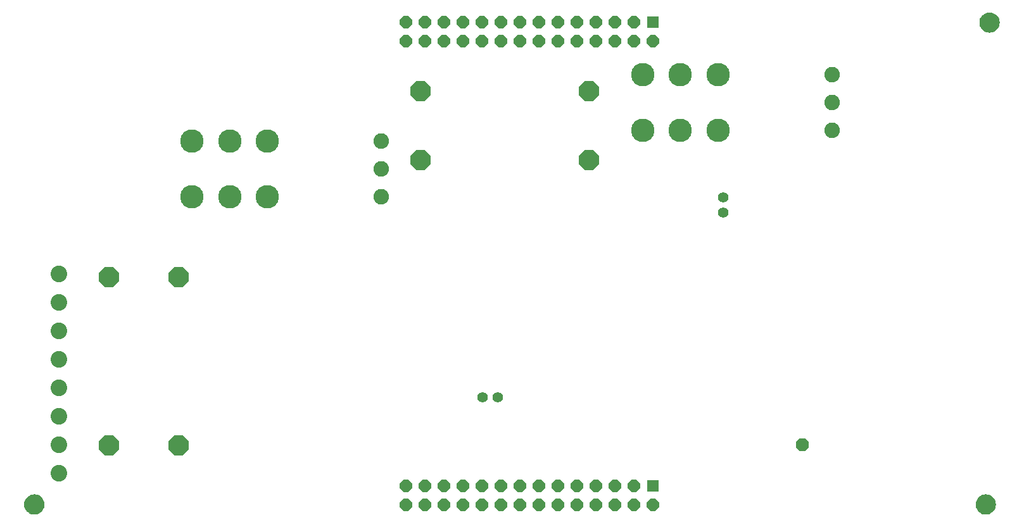
<source format=gbs>
G75*
%MOIN*%
%OFA0B0*%
%FSLAX25Y25*%
%IPPOS*%
%LPD*%
%AMOC8*
5,1,8,0,0,1.08239X$1,22.5*
%
%ADD10R,0.06406X0.06406*%
%ADD11OC8,0.06406*%
%ADD12C,0.08768*%
%ADD13C,0.00500*%
%ADD14OC8,0.06996*%
%ADD15OC8,0.10500*%
%ADD16C,0.12311*%
%ADD17C,0.08177*%
%ADD18C,0.05500*%
D10*
X0345473Y0038461D03*
X0345473Y0282713D03*
D11*
X0335473Y0282713D03*
X0325473Y0282713D03*
X0315473Y0282713D03*
X0305473Y0282713D03*
X0295473Y0282713D03*
X0285473Y0282713D03*
X0275473Y0282713D03*
X0265473Y0282713D03*
X0255473Y0282713D03*
X0245473Y0282713D03*
X0235473Y0282713D03*
X0225473Y0282713D03*
X0215473Y0282713D03*
X0215473Y0272713D03*
X0225473Y0272713D03*
X0235473Y0272713D03*
X0245473Y0272713D03*
X0255473Y0272713D03*
X0265473Y0272713D03*
X0275473Y0272713D03*
X0285473Y0272713D03*
X0295473Y0272713D03*
X0305473Y0272713D03*
X0315473Y0272713D03*
X0325473Y0272713D03*
X0335473Y0272713D03*
X0345473Y0272713D03*
X0335473Y0038461D03*
X0325473Y0038461D03*
X0315473Y0038461D03*
X0305473Y0038461D03*
X0295473Y0038461D03*
X0285473Y0038461D03*
X0275473Y0038461D03*
X0265473Y0038461D03*
X0255473Y0038461D03*
X0245473Y0038461D03*
X0235473Y0038461D03*
X0225473Y0038461D03*
X0215473Y0038461D03*
X0215473Y0028461D03*
X0225473Y0028461D03*
X0235473Y0028461D03*
X0245473Y0028461D03*
X0255473Y0028461D03*
X0265473Y0028461D03*
X0275473Y0028461D03*
X0285473Y0028461D03*
X0295473Y0028461D03*
X0305473Y0028461D03*
X0315473Y0028461D03*
X0325473Y0028461D03*
X0335473Y0028461D03*
X0345473Y0028461D03*
D12*
X0032796Y0045016D03*
X0032796Y0060016D03*
X0032796Y0075016D03*
X0032796Y0090016D03*
X0032796Y0105016D03*
X0032796Y0120016D03*
X0032796Y0135016D03*
X0032796Y0150016D03*
D13*
X0016590Y0024788D02*
X0017304Y0024288D01*
X0018094Y0023920D01*
X0018936Y0023694D01*
X0019804Y0023618D01*
X0020672Y0023694D01*
X0021514Y0023920D01*
X0022304Y0024288D01*
X0023018Y0024788D01*
X0023634Y0025404D01*
X0024134Y0026118D01*
X0024502Y0026908D01*
X0024728Y0027750D01*
X0024804Y0028618D01*
X0024728Y0029486D01*
X0024502Y0030328D01*
X0024134Y0031118D01*
X0023634Y0031832D01*
X0023018Y0032448D01*
X0022304Y0032948D01*
X0021514Y0033317D01*
X0020672Y0033542D01*
X0019804Y0033618D01*
X0018936Y0033542D01*
X0018094Y0033317D01*
X0017304Y0032948D01*
X0016590Y0032448D01*
X0015974Y0031832D01*
X0015474Y0031118D01*
X0015105Y0030328D01*
X0014880Y0029486D01*
X0014804Y0028618D01*
X0014880Y0027750D01*
X0015105Y0026908D01*
X0015474Y0026118D01*
X0015974Y0025404D01*
X0016590Y0024788D01*
X0016743Y0024681D02*
X0022865Y0024681D01*
X0023410Y0025180D02*
X0016198Y0025180D01*
X0015782Y0025678D02*
X0023826Y0025678D01*
X0024161Y0026177D02*
X0015447Y0026177D01*
X0015214Y0026675D02*
X0024394Y0026675D01*
X0024574Y0027174D02*
X0015034Y0027174D01*
X0014901Y0027672D02*
X0024707Y0027672D01*
X0024765Y0028171D02*
X0014843Y0028171D01*
X0014808Y0028669D02*
X0024799Y0028669D01*
X0024756Y0029168D02*
X0014852Y0029168D01*
X0014928Y0029666D02*
X0024680Y0029666D01*
X0024546Y0030165D02*
X0015062Y0030165D01*
X0015262Y0030663D02*
X0024346Y0030663D01*
X0024104Y0031162D02*
X0015504Y0031162D01*
X0015853Y0031660D02*
X0023754Y0031660D01*
X0023307Y0032159D02*
X0016300Y0032159D01*
X0016888Y0032657D02*
X0022719Y0032657D01*
X0021859Y0033156D02*
X0017749Y0033156D01*
X0017530Y0024183D02*
X0022078Y0024183D01*
X0020558Y0023684D02*
X0019050Y0023684D01*
X0515591Y0028618D02*
X0515667Y0029486D01*
X0515893Y0030328D01*
X0516261Y0031118D01*
X0516761Y0031832D01*
X0517377Y0032448D01*
X0518091Y0032948D01*
X0518881Y0033317D01*
X0519723Y0033542D01*
X0520591Y0033618D01*
X0521460Y0033542D01*
X0522301Y0033317D01*
X0523091Y0032948D01*
X0523805Y0032448D01*
X0524422Y0031832D01*
X0524921Y0031118D01*
X0525290Y0030328D01*
X0525515Y0029486D01*
X0525591Y0028618D01*
X0525515Y0027750D01*
X0525290Y0026908D01*
X0524921Y0026118D01*
X0524422Y0025404D01*
X0523805Y0024788D01*
X0523091Y0024288D01*
X0522301Y0023920D01*
X0521460Y0023694D01*
X0520591Y0023618D01*
X0519723Y0023694D01*
X0518881Y0023920D01*
X0518091Y0024288D01*
X0517377Y0024788D01*
X0516761Y0025404D01*
X0516261Y0026118D01*
X0515893Y0026908D01*
X0515667Y0027750D01*
X0515591Y0028618D01*
X0515596Y0028669D02*
X0525587Y0028669D01*
X0525552Y0028171D02*
X0515630Y0028171D01*
X0515688Y0027672D02*
X0525495Y0027672D01*
X0525361Y0027174D02*
X0515822Y0027174D01*
X0516001Y0026675D02*
X0525181Y0026675D01*
X0524949Y0026177D02*
X0516234Y0026177D01*
X0516569Y0025678D02*
X0524613Y0025678D01*
X0524197Y0025180D02*
X0516986Y0025180D01*
X0517530Y0024681D02*
X0523653Y0024681D01*
X0522865Y0024183D02*
X0518317Y0024183D01*
X0519837Y0023684D02*
X0521345Y0023684D01*
X0525543Y0029168D02*
X0515639Y0029168D01*
X0515715Y0029666D02*
X0525467Y0029666D01*
X0525334Y0030165D02*
X0515849Y0030165D01*
X0516049Y0030663D02*
X0525134Y0030663D01*
X0524891Y0031162D02*
X0516292Y0031162D01*
X0516641Y0031660D02*
X0524542Y0031660D01*
X0524095Y0032159D02*
X0517088Y0032159D01*
X0517676Y0032657D02*
X0523507Y0032657D01*
X0522646Y0033156D02*
X0518536Y0033156D01*
X0522560Y0277555D02*
X0521692Y0277631D01*
X0520850Y0277857D01*
X0520060Y0278225D01*
X0519346Y0278725D01*
X0518730Y0279341D01*
X0518230Y0280055D01*
X0517861Y0280845D01*
X0517636Y0281687D01*
X0517560Y0282555D01*
X0517636Y0283423D01*
X0517861Y0284265D01*
X0518230Y0285055D01*
X0518730Y0285769D01*
X0519346Y0286385D01*
X0520060Y0286885D01*
X0520850Y0287254D01*
X0521692Y0287479D01*
X0522560Y0287555D01*
X0523428Y0287479D01*
X0524270Y0287254D01*
X0525060Y0286885D01*
X0525774Y0286385D01*
X0526390Y0285769D01*
X0526890Y0285055D01*
X0527258Y0284265D01*
X0527484Y0283423D01*
X0527560Y0282555D01*
X0527484Y0281687D01*
X0527258Y0280845D01*
X0526890Y0280055D01*
X0526390Y0279341D01*
X0525774Y0278725D01*
X0525060Y0278225D01*
X0524270Y0277857D01*
X0523428Y0277631D01*
X0522560Y0277555D01*
X0524416Y0277925D02*
X0520703Y0277925D01*
X0519777Y0278423D02*
X0525343Y0278423D01*
X0525971Y0278922D02*
X0519149Y0278922D01*
X0518674Y0279420D02*
X0526446Y0279420D01*
X0526795Y0279919D02*
X0518325Y0279919D01*
X0518061Y0280417D02*
X0527059Y0280417D01*
X0527277Y0280916D02*
X0517842Y0280916D01*
X0517709Y0281414D02*
X0527411Y0281414D01*
X0527504Y0281913D02*
X0517616Y0281913D01*
X0517572Y0282411D02*
X0527547Y0282411D01*
X0527529Y0282910D02*
X0517591Y0282910D01*
X0517634Y0283408D02*
X0527485Y0283408D01*
X0527354Y0283907D02*
X0517765Y0283907D01*
X0517927Y0284405D02*
X0527193Y0284405D01*
X0526960Y0284904D02*
X0518159Y0284904D01*
X0518473Y0285403D02*
X0526647Y0285403D01*
X0526258Y0285901D02*
X0518862Y0285901D01*
X0519366Y0286400D02*
X0525753Y0286400D01*
X0525032Y0286898D02*
X0520087Y0286898D01*
X0521383Y0287397D02*
X0523736Y0287397D01*
D14*
X0423999Y0060031D03*
D15*
X0311790Y0209931D03*
X0311740Y0246481D03*
X0223157Y0246481D03*
X0223207Y0209931D03*
X0095699Y0148422D03*
X0059099Y0148422D03*
X0059099Y0059840D03*
X0095699Y0059840D03*
D16*
X0102735Y0190617D03*
X0122578Y0190617D03*
X0142420Y0190617D03*
X0142420Y0220145D03*
X0122578Y0220145D03*
X0102735Y0220145D03*
X0340035Y0225717D03*
X0359878Y0225717D03*
X0379720Y0225717D03*
X0379720Y0255245D03*
X0359878Y0255245D03*
X0340035Y0255245D03*
D17*
X0439799Y0255245D03*
X0439799Y0240481D03*
X0439799Y0225717D03*
X0202499Y0220145D03*
X0202499Y0205381D03*
X0202499Y0190617D03*
D18*
X0382299Y0190368D03*
X0382299Y0182494D03*
X0263636Y0084981D03*
X0255762Y0084981D03*
M02*

</source>
